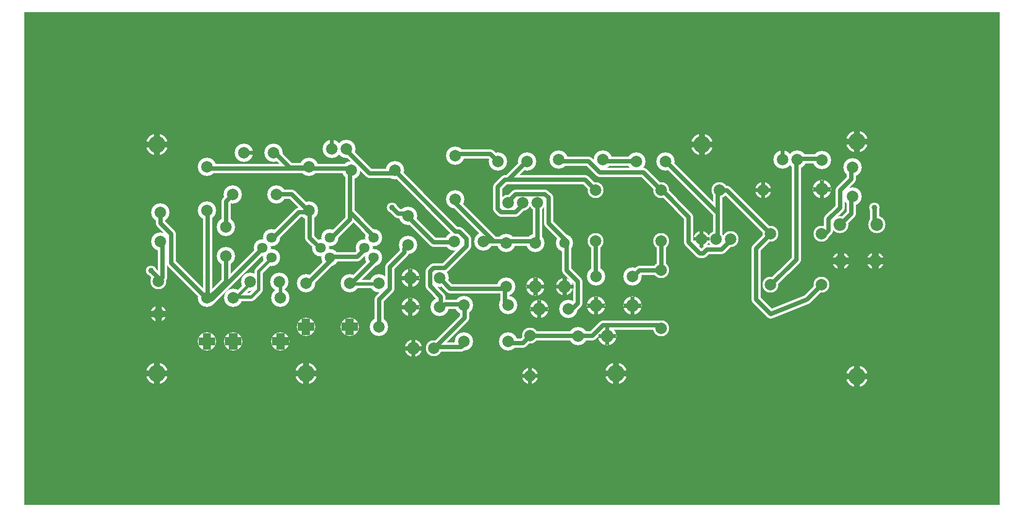
<source format=gbr>
%FSLAX34Y34*%
%MOMM*%
%LNCOPPER_BOTTOM*%
G71*
G01*
%ADD10C,2.800*%
%ADD11C,3.200*%
%ADD12C,3.000*%
%ADD13C,2.800*%
%ADD14C,2.600*%
%ADD15C,1.600*%
%ADD16C,2.800*%
%ADD17C,3.000*%
%ADD18C,1.400*%
%ADD19C,3.000*%
%ADD20C,3.800*%
%ADD21C,1.800*%
%ADD22C,0.667*%
%ADD23C,0.813*%
%ADD24C,0.733*%
%ADD25C,1.380*%
%ADD26C,1.467*%
%ADD27C,1.447*%
%ADD28C,1.203*%
%ADD29C,1.093*%
%ADD30C,1.000*%
%ADD31C,2.000*%
%ADD32C,2.000*%
%ADD33C,1.800*%
%ADD34C,0.800*%
%ADD35C,2.000*%
%ADD36C,2.200*%
%ADD37C,1.800*%
%ADD38C,0.600*%
%ADD39C,2.200*%
%ADD40C,3.000*%
%ADD41C,1.000*%
%LPD*%
G36*
X-200000Y660000D02*
X1500000Y660000D01*
X1500000Y-200000D01*
X-200000Y-200000D01*
X-200000Y660000D01*
G37*
%LPC*%
X643280Y326750D02*
G54D10*
D03*
X668680Y326750D02*
G54D10*
D03*
X694080Y326750D02*
G54D10*
D03*
X1030985Y264021D02*
G54D10*
D03*
X1005585Y264021D02*
G54D10*
D03*
X980185Y264021D02*
G54D10*
D03*
X599879Y259323D02*
G54D11*
D03*
X548899Y259211D02*
G54D11*
D03*
X640105Y256775D02*
G54D11*
D03*
X640055Y180525D02*
G54D11*
D03*
X551205Y409175D02*
G54D11*
D03*
X551155Y332925D02*
G54D11*
D03*
X690905Y256775D02*
G54D11*
D03*
X690855Y180525D02*
G54D11*
D03*
X676079Y399023D02*
G54D11*
D03*
X625099Y398911D02*
G54D11*
D03*
X741705Y256775D02*
G54D12*
D03*
X741655Y180525D02*
G54D12*
D03*
X697214Y141461D02*
G54D11*
D03*
X748195Y141573D02*
G54D11*
D03*
X642703Y148698D02*
G54D11*
D03*
X566453Y148748D02*
G54D11*
D03*
X523679Y195823D02*
G54D11*
D03*
X472699Y195711D02*
G54D11*
D03*
X523679Y145023D02*
G54D11*
D03*
X472699Y144911D02*
G54D11*
D03*
X478092Y72750D02*
G54D13*
D03*
X513192Y72750D02*
G54D13*
D03*
X642703Y85198D02*
G54D11*
D03*
X566453Y85248D02*
G54D11*
D03*
X681380Y25000D02*
G54D14*
D03*
X681380Y94850D02*
G54D13*
D03*
X815779Y94223D02*
G54D11*
D03*
X764798Y94111D02*
G54D11*
D03*
X807803Y402698D02*
G54D11*
D03*
X731553Y402748D02*
G54D11*
D03*
X1011580Y348850D02*
G54D13*
D03*
X1087780Y348850D02*
G54D13*
D03*
X1243659Y337898D02*
G54D11*
D03*
X1243546Y388879D02*
G54D11*
D03*
X795680Y348850D02*
G54D13*
D03*
X795680Y259950D02*
G54D13*
D03*
X909980Y348850D02*
G54D13*
D03*
X909980Y259950D02*
G54D13*
D03*
X796378Y147460D02*
G54D11*
D03*
X796265Y198440D02*
G54D11*
D03*
X1121255Y402225D02*
G54D11*
D03*
X1146755Y402225D02*
G54D11*
D03*
X1190078Y350660D02*
G54D11*
D03*
X1189965Y401640D02*
G54D11*
D03*
X1100480Y272650D02*
G54D13*
D03*
X1189380Y272650D02*
G54D13*
D03*
X1100480Y183750D02*
G54D13*
D03*
X1189380Y183750D02*
G54D13*
D03*
X917380Y399023D02*
G54D11*
D03*
X866400Y398910D02*
G54D11*
D03*
X909980Y209150D02*
G54D13*
D03*
X909980Y107550D02*
G54D13*
D03*
X859878Y147460D02*
G54D11*
D03*
X859765Y198440D02*
G54D11*
D03*
G54D15*
X566453Y85248D02*
X567080Y82150D01*
X560730Y75800D01*
X516280Y75800D01*
X513192Y72750D01*
G54D15*
X513192Y72750D02*
X516280Y75800D01*
X567080Y126600D01*
X567080Y145650D01*
X566453Y148748D01*
G54D15*
X523679Y195823D02*
X522630Y196450D01*
X541680Y177400D01*
X636930Y177400D01*
X640055Y180525D01*
G54D15*
X642703Y148698D02*
X643280Y145650D01*
X636930Y152000D01*
X636930Y177400D01*
X640055Y180525D01*
G54D15*
X681380Y94850D02*
X668680Y82150D01*
X643280Y82150D01*
X642703Y85198D01*
G54D15*
X764799Y94111D02*
X763930Y94850D01*
X681380Y94850D01*
G54D15*
X909980Y107550D02*
X903630Y113900D01*
X808380Y113900D01*
X789330Y94850D01*
X681380Y94850D01*
G54D15*
X640105Y256775D02*
X643280Y259950D01*
X598830Y259950D01*
X599879Y259323D01*
G54D15*
X690905Y256775D02*
X694080Y259950D01*
X643280Y259950D01*
X640105Y256775D01*
G54D15*
X690905Y256775D02*
X694080Y259950D01*
X694080Y329800D01*
X694080Y326750D01*
G54D15*
X741705Y256775D02*
X744880Y259950D01*
X713130Y291700D01*
X713130Y336150D01*
X706780Y342500D01*
X655980Y342500D01*
X643280Y329800D01*
X643280Y326750D01*
G54D15*
X551155Y332925D02*
X548030Y329800D01*
X617880Y259950D01*
X643280Y259950D01*
X640105Y256775D01*
G54D15*
X625099Y398911D02*
X624230Y399650D01*
X611530Y412350D01*
X554380Y412350D01*
X551205Y409175D01*
G54D15*
X676079Y399023D02*
X675030Y399650D01*
X643280Y367900D01*
X636930Y367900D01*
X624230Y355200D01*
X624230Y317100D01*
X630580Y310750D01*
X655980Y310750D01*
X668680Y323450D01*
X668680Y329800D01*
X668680Y326750D01*
G54D15*
X795680Y348850D02*
X776630Y367900D01*
X636930Y367900D01*
X624230Y355200D01*
X624230Y317100D01*
X630580Y310750D01*
X655980Y310750D01*
X668680Y323450D01*
X668680Y329800D01*
X668680Y326750D01*
G54D15*
X909980Y348850D02*
X878230Y380600D01*
X802030Y380600D01*
X782980Y399650D01*
X732180Y399650D01*
X731553Y402748D01*
G54D15*
X866400Y398910D02*
X865530Y399650D01*
X808380Y399650D01*
X807803Y402698D01*
G54D15*
X859765Y198440D02*
X859180Y196450D01*
X871880Y209150D01*
X909980Y209150D01*
G54D15*
X909980Y209150D02*
X909980Y259950D01*
G54D15*
X796265Y198440D02*
X795680Y196450D01*
X795680Y259950D01*
G54D15*
X748195Y141573D02*
X751230Y139300D01*
X763930Y152000D01*
X763930Y190100D01*
X744880Y209150D01*
X744880Y259950D01*
X741705Y256775D01*
G54D15*
X1189380Y183750D02*
X1163980Y158350D01*
X1100480Y132950D01*
X1075080Y158350D01*
X1075080Y247250D01*
X1100480Y272650D01*
X472699Y144911D02*
G54D16*
D03*
X472699Y195711D02*
G54D16*
D03*
X815779Y94223D02*
G54D16*
D03*
X1087780Y348850D02*
G54D16*
D03*
X741655Y180525D02*
G54D16*
D03*
X690855Y180525D02*
G54D17*
D03*
X697214Y141461D02*
G54D17*
D03*
X796378Y147460D02*
G54D17*
D03*
X859878Y147460D02*
G54D17*
D03*
X681380Y25000D02*
G54D13*
D03*
X472699Y195711D02*
G54D17*
D03*
X472699Y144911D02*
G54D17*
D03*
X478092Y72750D02*
G54D17*
D03*
X815779Y94223D02*
G54D17*
D03*
X741655Y180525D02*
G54D17*
D03*
X1190078Y350660D02*
G54D17*
D03*
G54D15*
X523679Y145023D02*
X525780Y144150D01*
X532130Y150500D01*
X563880Y150500D01*
X566453Y148748D01*
G54D15*
X1189965Y401640D02*
X1192530Y404500D01*
X1148080Y404500D01*
X1146755Y402225D01*
G54D15*
X917380Y399023D02*
X919480Y398150D01*
X1008380Y309250D01*
X1008380Y264800D01*
X1005585Y264021D01*
X980185Y264021D02*
G54D16*
D03*
G54D15*
X909980Y348850D02*
X913130Y347350D01*
X957580Y302900D01*
X957580Y258450D01*
X976630Y239400D01*
X982980Y239400D01*
X989330Y245750D01*
X1014730Y245750D01*
X1033780Y264800D01*
X1030985Y264021D01*
G54D15*
X1011580Y348850D02*
X1014730Y347350D01*
X1008380Y341000D01*
X1008380Y264800D01*
X1005585Y264021D01*
X690905Y256775D02*
G54D12*
D03*
X690855Y180525D02*
G54D12*
D03*
X118159Y313875D02*
G54D11*
D03*
X118209Y390125D02*
G54D11*
D03*
X37166Y310475D02*
G54D11*
D03*
X37278Y259494D02*
G54D11*
D03*
X151465Y285075D02*
G54D11*
D03*
X151578Y234094D02*
G54D11*
D03*
X118175Y85275D02*
G54D11*
D03*
X118225Y161525D02*
G54D11*
D03*
X238896Y341889D02*
G54D11*
D03*
X162646Y341939D02*
G54D11*
D03*
X163855Y161525D02*
G54D11*
D03*
X163805Y85275D02*
G54D11*
D03*
X295958Y313874D02*
G54D11*
D03*
X296008Y390124D02*
G54D11*
D03*
X193290Y189359D02*
G54D11*
D03*
X290855Y186925D02*
G54D11*
D03*
X290805Y110675D02*
G54D11*
D03*
X367055Y186925D02*
G54D11*
D03*
X367005Y110675D02*
G54D11*
D03*
X417855Y186925D02*
G54D11*
D03*
X417805Y110675D02*
G54D11*
D03*
X468630Y253700D02*
G54D11*
D03*
X468518Y304680D02*
G54D11*
D03*
X445872Y383693D02*
G54D11*
D03*
X369622Y383743D02*
G54D11*
D03*
X335605Y421275D02*
G54D11*
D03*
X361105Y421275D02*
G54D11*
D03*
X230530Y266300D02*
G54D17*
D03*
X214630Y248725D02*
G54D17*
D03*
X230564Y231109D02*
G54D17*
D03*
X332130Y266300D02*
G54D17*
D03*
X316230Y248725D02*
G54D17*
D03*
X332165Y231109D02*
G54D17*
D03*
X408330Y266300D02*
G54D17*
D03*
X392430Y248725D02*
G54D17*
D03*
X408365Y231109D02*
G54D17*
D03*
G54D15*
X118225Y161525D02*
X119380Y158450D01*
X119380Y310850D01*
X118159Y313875D01*
G54D15*
X296008Y390124D02*
X297180Y387050D01*
X119380Y387050D01*
X118209Y390125D01*
G54D15*
X162646Y341939D02*
X163830Y342600D01*
X151130Y329900D01*
X151130Y285450D01*
X151465Y285075D01*
G54D15*
X118225Y161525D02*
X119380Y158450D01*
X151130Y190200D01*
X151130Y234650D01*
X151578Y234094D01*
G54D15*
X214630Y248725D02*
X214630Y247350D01*
X125730Y158450D01*
X119380Y158450D01*
X118225Y161525D01*
G54D15*
X332165Y231109D02*
X335280Y228300D01*
X290830Y183850D01*
X290855Y186925D01*
G54D15*
X316230Y248725D02*
X316230Y247350D01*
X297180Y266400D01*
X297180Y310850D01*
X295959Y313874D01*
G54D15*
X332130Y266300D02*
X335280Y266400D01*
X367030Y298150D01*
X367030Y380700D01*
X369622Y383743D01*
G54D15*
X295959Y313874D02*
X297180Y310850D01*
X265430Y342600D01*
X240030Y342600D01*
X238896Y341889D01*
G54D15*
X408330Y266300D02*
X411480Y266400D01*
X367030Y310850D01*
X367030Y380700D01*
X369622Y383743D01*
G54D15*
X466346Y252857D02*
X468630Y253700D01*
X462280Y247350D01*
X462280Y241000D01*
X436880Y215600D01*
X436880Y177500D01*
X417830Y158450D01*
X417830Y107650D01*
X417805Y110675D01*
G54D15*
X408365Y231109D02*
X411480Y228300D01*
X367030Y183850D01*
X367055Y186925D01*
G54D15*
X230530Y266300D02*
X233680Y266400D01*
X278130Y310850D01*
X297180Y310850D01*
X295959Y313874D01*
G54D15*
X369622Y383743D02*
X367030Y380700D01*
X360680Y387050D01*
X297180Y387050D01*
X296008Y390124D01*
G54D15*
X118225Y161525D02*
X119380Y158450D01*
X55880Y221950D01*
X55880Y272750D01*
X36830Y291800D01*
X36830Y310850D01*
X37166Y310475D01*
X182856Y414509D02*
G54D11*
D03*
X233836Y414622D02*
G54D11*
D03*
G54D15*
X392430Y248725D02*
X392430Y245750D01*
X379730Y233050D01*
X335280Y233050D01*
X332165Y231109D01*
X118175Y85275D02*
G54D16*
D03*
X163805Y85275D02*
G54D16*
D03*
X290805Y110675D02*
G54D16*
D03*
X367005Y110675D02*
G54D16*
D03*
X118175Y85275D02*
G54D16*
D03*
X163805Y85275D02*
G54D16*
D03*
X290805Y110675D02*
G54D16*
D03*
X367005Y110675D02*
G54D16*
D03*
X244090Y189359D02*
G54D11*
D03*
X246405Y161525D02*
G54D11*
D03*
X246355Y85275D02*
G54D11*
D03*
G54D18*
X230565Y231109D02*
X233680Y233050D01*
X208280Y207650D01*
X208280Y175900D01*
X195580Y163200D01*
X163830Y163200D01*
X163855Y161525D01*
G54D18*
X193290Y189359D02*
X195580Y188600D01*
X170180Y163200D01*
X163830Y163200D01*
X163855Y161525D01*
G54D18*
X246405Y161525D02*
X246380Y163200D01*
X246380Y188600D01*
X244090Y189359D01*
X246355Y85275D02*
G54D16*
D03*
G54D15*
X233836Y414622D02*
X236880Y414000D01*
X262280Y388600D01*
X294030Y388600D01*
X296008Y390124D01*
G54D18*
X417855Y186925D02*
X419230Y185500D01*
X369230Y185500D01*
X367055Y186925D01*
G54D15*
X468518Y304680D02*
X468630Y302900D01*
X513080Y258450D01*
X551180Y258450D01*
X548899Y259211D01*
G54D15*
X445872Y383693D02*
X443230Y385450D01*
X551180Y277500D01*
X557530Y277500D01*
X570230Y264800D01*
X570230Y252100D01*
X532130Y214000D01*
X513080Y214000D01*
X506730Y207650D01*
X506730Y182250D01*
X525780Y163200D01*
X525780Y144150D01*
X523679Y145023D01*
G54D15*
X1100480Y272650D02*
X1024280Y348850D01*
X1011580Y348850D01*
G54D15*
X1100480Y183750D02*
X1144930Y228200D01*
X1144930Y399650D01*
X1146755Y402225D01*
X1223280Y225350D02*
G54D19*
D03*
X33680Y190100D02*
G54D10*
D03*
X33680Y132950D02*
G54D10*
D03*
G54D15*
X33680Y190100D02*
X40030Y196450D01*
X40030Y259950D01*
X37278Y259494D01*
X31080Y428850D02*
G54D20*
D03*
X31080Y28850D02*
G54D20*
D03*
X1251080Y23850D02*
G54D20*
D03*
X1251080Y433850D02*
G54D20*
D03*
X1221080Y288850D02*
G54D19*
D03*
X1286080Y288850D02*
G54D19*
D03*
G54D15*
X1189380Y272650D02*
X1191080Y268850D01*
X1201080Y278850D01*
X1201080Y298850D01*
X1221080Y318850D01*
X1221080Y348850D01*
X1241080Y368850D01*
X1241080Y388850D01*
X1243546Y388879D01*
X1283280Y225350D02*
G54D19*
D03*
G54D15*
X1221080Y288850D02*
X1241080Y308850D01*
X1241080Y338850D01*
X1243659Y337899D01*
G54D15*
X361105Y421275D02*
X361080Y418850D01*
X401080Y378850D01*
X441080Y378850D01*
X445872Y383693D01*
X291080Y28850D02*
G54D20*
D03*
X831080Y28850D02*
G54D20*
D03*
X441080Y318850D02*
G54D21*
D03*
X1281080Y318850D02*
G54D21*
D03*
X21080Y208850D02*
G54D21*
D03*
G54D15*
X21080Y208850D02*
X31080Y198850D01*
X31080Y188850D01*
X33680Y190100D01*
G54D15*
X441080Y318850D02*
X451080Y308850D01*
X471080Y308850D01*
X468518Y304680D01*
G54D15*
X1281080Y318850D02*
X1281080Y288850D01*
X1286080Y288850D01*
X981080Y428850D02*
G54D20*
D03*
%LPD*%
G54D22*
G36*
X1117922Y402225D02*
X1117922Y418725D01*
X1124588Y418725D01*
X1124588Y402225D01*
X1117922Y402225D01*
G37*
G54D23*
G54D22*
G36*
X469366Y144911D02*
X469366Y159411D01*
X476032Y159411D01*
X476032Y144911D01*
X469366Y144911D01*
G37*
G36*
X472699Y148244D02*
X487199Y148244D01*
X487199Y141578D01*
X472699Y141578D01*
X472699Y148244D01*
G37*
G36*
X476032Y144911D02*
X476032Y130411D01*
X469366Y130411D01*
X469366Y144911D01*
X476032Y144911D01*
G37*
G36*
X472699Y141578D02*
X458199Y141578D01*
X458199Y148244D01*
X472699Y148244D01*
X472699Y141578D01*
G37*
G54D22*
G36*
X469366Y195711D02*
X469366Y210211D01*
X476032Y210211D01*
X476032Y195711D01*
X469366Y195711D01*
G37*
G36*
X472699Y199044D02*
X487199Y199044D01*
X487199Y192378D01*
X472699Y192378D01*
X472699Y199044D01*
G37*
G36*
X476032Y195711D02*
X476032Y181211D01*
X469366Y181211D01*
X469366Y195711D01*
X476032Y195711D01*
G37*
G36*
X472699Y192378D02*
X458199Y192378D01*
X458199Y199044D01*
X472699Y199044D01*
X472699Y192378D01*
G37*
G54D22*
G36*
X812446Y94223D02*
X812446Y108723D01*
X819112Y108723D01*
X819112Y94223D01*
X812446Y94223D01*
G37*
G36*
X815779Y97556D02*
X830279Y97556D01*
X830279Y90890D01*
X815779Y90890D01*
X815779Y97556D01*
G37*
G36*
X819112Y94223D02*
X819112Y79723D01*
X812446Y79723D01*
X812446Y94223D01*
X819112Y94223D01*
G37*
G36*
X815779Y90890D02*
X801279Y90890D01*
X801279Y97556D01*
X815779Y97556D01*
X815779Y90890D01*
G37*
G54D22*
G36*
X1084447Y348850D02*
X1084447Y363350D01*
X1091114Y363350D01*
X1091114Y348850D01*
X1084447Y348850D01*
G37*
G36*
X1087780Y352183D02*
X1102280Y352183D01*
X1102280Y345517D01*
X1087780Y345517D01*
X1087780Y352183D01*
G37*
G36*
X1091114Y348850D02*
X1091114Y334350D01*
X1084447Y334350D01*
X1084447Y348850D01*
X1091114Y348850D01*
G37*
G36*
X1087780Y345517D02*
X1073280Y345517D01*
X1073280Y352183D01*
X1087780Y352183D01*
X1087780Y345517D01*
G37*
G54D22*
G36*
X738322Y180525D02*
X738322Y195025D01*
X744988Y195025D01*
X744988Y180525D01*
X738322Y180525D01*
G37*
G36*
X741655Y183858D02*
X756155Y183858D01*
X756155Y177192D01*
X741655Y177192D01*
X741655Y183858D01*
G37*
G36*
X744988Y180525D02*
X744988Y166025D01*
X738322Y166025D01*
X738322Y180525D01*
X744988Y180525D01*
G37*
G36*
X741655Y177192D02*
X727155Y177192D01*
X727155Y183858D01*
X741655Y183858D01*
X741655Y177192D01*
G37*
G54D24*
G36*
X687188Y180525D02*
X687188Y196025D01*
X694522Y196025D01*
X694522Y180525D01*
X687188Y180525D01*
G37*
G36*
X690855Y184192D02*
X706355Y184192D01*
X706355Y176858D01*
X690855Y176858D01*
X690855Y184192D01*
G37*
G36*
X694522Y180525D02*
X694522Y165025D01*
X687188Y165025D01*
X687188Y180525D01*
X694522Y180525D01*
G37*
G36*
X690855Y176858D02*
X675355Y176858D01*
X675355Y184192D01*
X690855Y184192D01*
X690855Y176858D01*
G37*
G54D24*
G36*
X693547Y141461D02*
X693547Y156961D01*
X700881Y156961D01*
X700881Y141461D01*
X693547Y141461D01*
G37*
G36*
X697214Y145127D02*
X712714Y145127D01*
X712714Y137794D01*
X697214Y137794D01*
X697214Y145127D01*
G37*
G36*
X700881Y141461D02*
X700881Y125961D01*
X693547Y125961D01*
X693547Y141461D01*
X700881Y141461D01*
G37*
G36*
X697214Y137794D02*
X681714Y137794D01*
X681714Y145127D01*
X697214Y145127D01*
X697214Y137794D01*
G37*
G54D24*
G36*
X792711Y147460D02*
X792711Y162960D01*
X800044Y162960D01*
X800044Y147460D01*
X792711Y147460D01*
G37*
G36*
X796378Y151126D02*
X811878Y151126D01*
X811878Y143793D01*
X796378Y143793D01*
X796378Y151126D01*
G37*
G36*
X800044Y147460D02*
X800044Y131960D01*
X792711Y131960D01*
X792711Y147460D01*
X800044Y147460D01*
G37*
G36*
X796378Y143793D02*
X780878Y143793D01*
X780878Y151126D01*
X796378Y151126D01*
X796378Y143793D01*
G37*
G54D24*
G36*
X856211Y147460D02*
X856211Y162960D01*
X863544Y162960D01*
X863544Y147460D01*
X856211Y147460D01*
G37*
G36*
X859878Y151126D02*
X875378Y151126D01*
X875378Y143793D01*
X859878Y143793D01*
X859878Y151126D01*
G37*
G36*
X863544Y147460D02*
X863544Y131960D01*
X856211Y131960D01*
X856211Y147460D01*
X863544Y147460D01*
G37*
G36*
X859878Y143793D02*
X844378Y143793D01*
X844378Y151126D01*
X859878Y151126D01*
X859878Y143793D01*
G37*
G54D22*
G36*
X678047Y25000D02*
X678047Y39500D01*
X684713Y39500D01*
X684713Y25000D01*
X678047Y25000D01*
G37*
G36*
X681380Y28333D02*
X695880Y28333D01*
X695880Y21667D01*
X681380Y21667D01*
X681380Y28333D01*
G37*
G36*
X684713Y25000D02*
X684713Y10500D01*
X678047Y10500D01*
X678047Y25000D01*
X684713Y25000D01*
G37*
G36*
X681380Y21667D02*
X666880Y21667D01*
X666880Y28333D01*
X681380Y28333D01*
X681380Y21667D01*
G37*
G54D24*
G36*
X469032Y195711D02*
X469032Y211211D01*
X476365Y211211D01*
X476365Y195711D01*
X469032Y195711D01*
G37*
G36*
X472699Y199378D02*
X488199Y199378D01*
X488199Y192044D01*
X472699Y192044D01*
X472699Y199378D01*
G37*
G36*
X476365Y195711D02*
X476365Y180211D01*
X469032Y180211D01*
X469032Y195711D01*
X476365Y195711D01*
G37*
G36*
X472699Y192044D02*
X457199Y192044D01*
X457199Y199378D01*
X472699Y199378D01*
X472699Y192044D01*
G37*
G54D24*
G36*
X469032Y144911D02*
X469032Y160411D01*
X476365Y160411D01*
X476365Y144911D01*
X469032Y144911D01*
G37*
G36*
X472699Y148578D02*
X488199Y148578D01*
X488199Y141244D01*
X472699Y141244D01*
X472699Y148578D01*
G37*
G36*
X476365Y144911D02*
X476365Y129411D01*
X469032Y129411D01*
X469032Y144911D01*
X476365Y144911D01*
G37*
G36*
X472699Y141244D02*
X457199Y141244D01*
X457199Y148578D01*
X472699Y148578D01*
X472699Y141244D01*
G37*
G54D24*
G36*
X474425Y72750D02*
X474425Y88250D01*
X481759Y88250D01*
X481759Y72750D01*
X474425Y72750D01*
G37*
G36*
X478092Y76417D02*
X493592Y76417D01*
X493592Y69083D01*
X478092Y69083D01*
X478092Y76417D01*
G37*
G36*
X481759Y72750D02*
X481759Y57250D01*
X474425Y57250D01*
X474425Y72750D01*
X481759Y72750D01*
G37*
G36*
X478092Y69083D02*
X462592Y69083D01*
X462592Y76417D01*
X478092Y76417D01*
X478092Y69083D01*
G37*
G54D24*
G36*
X812112Y94223D02*
X812112Y109723D01*
X819446Y109723D01*
X819446Y94223D01*
X812112Y94223D01*
G37*
G36*
X815779Y97890D02*
X831279Y97890D01*
X831279Y90556D01*
X815779Y90556D01*
X815779Y97890D01*
G37*
G36*
X819446Y94223D02*
X819446Y78723D01*
X812112Y78723D01*
X812112Y94223D01*
X819446Y94223D01*
G37*
G36*
X815779Y90556D02*
X800279Y90556D01*
X800279Y97890D01*
X815779Y97890D01*
X815779Y90556D01*
G37*
G54D24*
G36*
X737988Y180525D02*
X737988Y196025D01*
X745322Y196025D01*
X745322Y180525D01*
X737988Y180525D01*
G37*
G36*
X741655Y184192D02*
X757155Y184192D01*
X757155Y176858D01*
X741655Y176858D01*
X741655Y184192D01*
G37*
G36*
X745322Y180525D02*
X745322Y165025D01*
X737988Y165025D01*
X737988Y180525D01*
X745322Y180525D01*
G37*
G36*
X741655Y176858D02*
X726155Y176858D01*
X726155Y184192D01*
X741655Y184192D01*
X741655Y176858D01*
G37*
G54D24*
G36*
X1186411Y350660D02*
X1186411Y366160D01*
X1193744Y366160D01*
X1193744Y350660D01*
X1186411Y350660D01*
G37*
G36*
X1190078Y354326D02*
X1205578Y354326D01*
X1205578Y346993D01*
X1190078Y346993D01*
X1190078Y354326D01*
G37*
G36*
X1193744Y350660D02*
X1193744Y335160D01*
X1186411Y335160D01*
X1186411Y350660D01*
X1193744Y350660D01*
G37*
G36*
X1190078Y346993D02*
X1174578Y346993D01*
X1174578Y354326D01*
X1190078Y354326D01*
X1190078Y346993D01*
G37*
G54D22*
G36*
X976852Y264021D02*
X976852Y278521D01*
X983519Y278521D01*
X983519Y264021D01*
X976852Y264021D01*
G37*
G36*
X980185Y267354D02*
X994685Y267354D01*
X994685Y260688D01*
X980185Y260688D01*
X980185Y267354D01*
G37*
G36*
X983519Y264021D02*
X983519Y249521D01*
X976852Y249521D01*
X976852Y264021D01*
X983519Y264021D01*
G37*
G36*
X980185Y260688D02*
X965685Y260688D01*
X965685Y267354D01*
X980185Y267354D01*
X980185Y260688D01*
G37*
G54D22*
G36*
X332272Y421275D02*
X332272Y437775D01*
X338938Y437775D01*
X338938Y421275D01*
X332272Y421275D01*
G37*
G54D23*
G54D22*
G36*
X182856Y417843D02*
X199356Y417843D01*
X199356Y411176D01*
X182856Y411176D01*
X182856Y417843D01*
G37*
G54D25*
G36*
X111275Y85275D02*
X111275Y99775D01*
X125075Y99775D01*
X125075Y85275D01*
X111275Y85275D01*
G37*
G36*
X118175Y92175D02*
X132675Y92175D01*
X132675Y78375D01*
X118175Y78375D01*
X118175Y92175D01*
G37*
G36*
X125075Y85275D02*
X125075Y70775D01*
X111275Y70775D01*
X111275Y85275D01*
X125075Y85275D01*
G37*
G36*
X118175Y78375D02*
X103675Y78375D01*
X103675Y92175D01*
X118175Y92175D01*
X118175Y78375D01*
G37*
G54D26*
G36*
X156472Y85275D02*
X156472Y99775D01*
X171138Y99775D01*
X171138Y85275D01*
X156472Y85275D01*
G37*
G36*
X163805Y92608D02*
X178305Y92608D01*
X178305Y77942D01*
X163805Y77942D01*
X163805Y92608D01*
G37*
G36*
X171138Y85275D02*
X171138Y70775D01*
X156472Y70775D01*
X156472Y85275D01*
X171138Y85275D01*
G37*
G36*
X163805Y77942D02*
X149305Y77942D01*
X149305Y92608D01*
X163805Y92608D01*
X163805Y77942D01*
G37*
G54D27*
G36*
X283572Y110675D02*
X283572Y125175D01*
X298038Y125175D01*
X298038Y110675D01*
X283572Y110675D01*
G37*
G36*
X290805Y117908D02*
X305305Y117908D01*
X305305Y103442D01*
X290805Y103442D01*
X290805Y117908D01*
G37*
G36*
X298038Y110675D02*
X298038Y96175D01*
X283572Y96175D01*
X283572Y110675D01*
X298038Y110675D01*
G37*
G36*
X290805Y103442D02*
X276305Y103442D01*
X276305Y117908D01*
X290805Y117908D01*
X290805Y103442D01*
G37*
G54D27*
G36*
X359772Y110675D02*
X359772Y125175D01*
X374238Y125175D01*
X374238Y110675D01*
X359772Y110675D01*
G37*
G36*
X367005Y117908D02*
X381505Y117908D01*
X381505Y103442D01*
X367005Y103442D01*
X367005Y117908D01*
G37*
G36*
X374238Y110675D02*
X374238Y96175D01*
X359772Y96175D01*
X359772Y110675D01*
X374238Y110675D01*
G37*
G36*
X367005Y103442D02*
X352505Y103442D01*
X352505Y117908D01*
X367005Y117908D01*
X367005Y103442D01*
G37*
G54D26*
G36*
X239022Y85275D02*
X239022Y99775D01*
X253688Y99775D01*
X253688Y85275D01*
X239022Y85275D01*
G37*
G36*
X246355Y92608D02*
X260855Y92608D01*
X260855Y77942D01*
X246355Y77942D01*
X246355Y92608D01*
G37*
G36*
X253688Y85275D02*
X253688Y70775D01*
X239022Y70775D01*
X239022Y85275D01*
X253688Y85275D01*
G37*
G36*
X246355Y77942D02*
X231855Y77942D01*
X231855Y92608D01*
X246355Y92608D01*
X246355Y77942D01*
G37*
G54D28*
G36*
X1217267Y225350D02*
X1217267Y240850D01*
X1229293Y240850D01*
X1229293Y225350D01*
X1217267Y225350D01*
G37*
G36*
X1223280Y231363D02*
X1238780Y231363D01*
X1238780Y219337D01*
X1223280Y219337D01*
X1223280Y231363D01*
G37*
G36*
X1229293Y225350D02*
X1229293Y209850D01*
X1217267Y209850D01*
X1217267Y225350D01*
X1229293Y225350D01*
G37*
G36*
X1223280Y219337D02*
X1207780Y219337D01*
X1207780Y231363D01*
X1223280Y231363D01*
X1223280Y219337D01*
G37*
G54D29*
G36*
X28213Y132950D02*
X28213Y147450D01*
X39147Y147450D01*
X39147Y132950D01*
X28213Y132950D01*
G37*
G36*
X33680Y138417D02*
X48180Y138417D01*
X48180Y127483D01*
X33680Y127483D01*
X33680Y138417D01*
G37*
G36*
X39147Y132950D02*
X39147Y118450D01*
X28213Y118450D01*
X28213Y132950D01*
X39147Y132950D01*
G37*
G36*
X33680Y127483D02*
X19180Y127483D01*
X19180Y138417D01*
X33680Y138417D01*
X33680Y127483D01*
G37*
G54D30*
G36*
X26080Y428850D02*
X26080Y448350D01*
X36080Y448350D01*
X36080Y428850D01*
X26080Y428850D01*
G37*
G36*
X31080Y433850D02*
X50580Y433850D01*
X50580Y423850D01*
X31080Y423850D01*
X31080Y433850D01*
G37*
G36*
X36080Y428850D02*
X36080Y409350D01*
X26080Y409350D01*
X26080Y428850D01*
X36080Y428850D01*
G37*
G36*
X31080Y423850D02*
X11580Y423850D01*
X11580Y433850D01*
X31080Y433850D01*
X31080Y423850D01*
G37*
G54D30*
G36*
X26080Y28850D02*
X26080Y48350D01*
X36080Y48350D01*
X36080Y28850D01*
X26080Y28850D01*
G37*
G36*
X31080Y33850D02*
X50580Y33850D01*
X50580Y23850D01*
X31080Y23850D01*
X31080Y33850D01*
G37*
G36*
X36080Y28850D02*
X36080Y9350D01*
X26080Y9350D01*
X26080Y28850D01*
X36080Y28850D01*
G37*
G36*
X31080Y23850D02*
X11580Y23850D01*
X11580Y33850D01*
X31080Y33850D01*
X31080Y23850D01*
G37*
G54D30*
G36*
X1246080Y23850D02*
X1246080Y43350D01*
X1256080Y43350D01*
X1256080Y23850D01*
X1246080Y23850D01*
G37*
G36*
X1251080Y28850D02*
X1270580Y28850D01*
X1270580Y18850D01*
X1251080Y18850D01*
X1251080Y28850D01*
G37*
G36*
X1256080Y23850D02*
X1256080Y4350D01*
X1246080Y4350D01*
X1246080Y23850D01*
X1256080Y23850D01*
G37*
G36*
X1251080Y18850D02*
X1231580Y18850D01*
X1231580Y28850D01*
X1251080Y28850D01*
X1251080Y18850D01*
G37*
G54D30*
G36*
X1246080Y433850D02*
X1246080Y453350D01*
X1256080Y453350D01*
X1256080Y433850D01*
X1246080Y433850D01*
G37*
G36*
X1251080Y438850D02*
X1270580Y438850D01*
X1270580Y428850D01*
X1251080Y428850D01*
X1251080Y438850D01*
G37*
G36*
X1256080Y433850D02*
X1256080Y414350D01*
X1246080Y414350D01*
X1246080Y433850D01*
X1256080Y433850D01*
G37*
G36*
X1251080Y428850D02*
X1231580Y428850D01*
X1231580Y438850D01*
X1251080Y438850D01*
X1251080Y428850D01*
G37*
G54D28*
G36*
X1277267Y225350D02*
X1277267Y240850D01*
X1289293Y240850D01*
X1289293Y225350D01*
X1277267Y225350D01*
G37*
G36*
X1283280Y231363D02*
X1298780Y231363D01*
X1298780Y219337D01*
X1283280Y219337D01*
X1283280Y231363D01*
G37*
G36*
X1289293Y225350D02*
X1289293Y209850D01*
X1277267Y209850D01*
X1277267Y225350D01*
X1289293Y225350D01*
G37*
G36*
X1283280Y219337D02*
X1267780Y219337D01*
X1267780Y231363D01*
X1283280Y231363D01*
X1283280Y219337D01*
G37*
G54D30*
G36*
X286080Y28850D02*
X286080Y48350D01*
X296080Y48350D01*
X296080Y28850D01*
X286080Y28850D01*
G37*
G36*
X291080Y33850D02*
X310580Y33850D01*
X310580Y23850D01*
X291080Y23850D01*
X291080Y33850D01*
G37*
G36*
X296080Y28850D02*
X296080Y9350D01*
X286080Y9350D01*
X286080Y28850D01*
X296080Y28850D01*
G37*
G36*
X291080Y23850D02*
X271580Y23850D01*
X271580Y33850D01*
X291080Y33850D01*
X291080Y23850D01*
G37*
G54D30*
G36*
X826080Y28850D02*
X826080Y48350D01*
X836080Y48350D01*
X836080Y28850D01*
X826080Y28850D01*
G37*
G36*
X831080Y33850D02*
X850580Y33850D01*
X850580Y23850D01*
X831080Y23850D01*
X831080Y33850D01*
G37*
G36*
X836080Y28850D02*
X836080Y9350D01*
X826080Y9350D01*
X826080Y28850D01*
X836080Y28850D01*
G37*
G36*
X831080Y23850D02*
X811580Y23850D01*
X811580Y33850D01*
X831080Y33850D01*
X831080Y23850D01*
G37*
G54D30*
G36*
X976080Y428850D02*
X976080Y448350D01*
X986080Y448350D01*
X986080Y428850D01*
X976080Y428850D01*
G37*
G36*
X981080Y433850D02*
X1000580Y433850D01*
X1000580Y423850D01*
X981080Y423850D01*
X981080Y433850D01*
G37*
G36*
X986080Y428850D02*
X986080Y409350D01*
X976080Y409350D01*
X976080Y428850D01*
X986080Y428850D01*
G37*
G36*
X981080Y423850D02*
X961580Y423850D01*
X961580Y433850D01*
X981080Y433850D01*
X981080Y423850D01*
G37*
X643280Y326750D02*
G54D31*
D03*
X668680Y326750D02*
G54D31*
D03*
X694080Y326750D02*
G54D31*
D03*
X1030985Y264021D02*
G54D31*
D03*
X1005585Y264021D02*
G54D31*
D03*
X980185Y264021D02*
G54D31*
D03*
X599879Y259323D02*
G54D32*
D03*
X548899Y259211D02*
G54D32*
D03*
X640105Y256775D02*
G54D32*
D03*
X640055Y180525D02*
G54D32*
D03*
X551205Y409175D02*
G54D32*
D03*
X551155Y332925D02*
G54D32*
D03*
X690905Y256775D02*
G54D32*
D03*
X690855Y180525D02*
G54D32*
D03*
X676079Y399023D02*
G54D32*
D03*
X625099Y398911D02*
G54D32*
D03*
X741705Y256775D02*
G54D33*
D03*
X741655Y180525D02*
G54D33*
D03*
X697214Y141461D02*
G54D32*
D03*
X748195Y141573D02*
G54D32*
D03*
X642703Y148698D02*
G54D32*
D03*
X566453Y148748D02*
G54D32*
D03*
X523679Y195823D02*
G54D32*
D03*
X472699Y195711D02*
G54D32*
D03*
X523679Y145023D02*
G54D32*
D03*
X472699Y144911D02*
G54D32*
D03*
X478092Y72750D02*
G54D32*
D03*
X513192Y72750D02*
G54D32*
D03*
X642703Y85198D02*
G54D32*
D03*
X566453Y85248D02*
G54D32*
D03*
X681380Y25000D02*
G54D33*
D03*
X681380Y94850D02*
G54D32*
D03*
X815779Y94223D02*
G54D32*
D03*
X764798Y94111D02*
G54D32*
D03*
X807803Y402698D02*
G54D32*
D03*
X731553Y402748D02*
G54D32*
D03*
X1011580Y348850D02*
G54D32*
D03*
X1087780Y348850D02*
G54D32*
D03*
X1243659Y337898D02*
G54D32*
D03*
X1243546Y388879D02*
G54D32*
D03*
X795680Y348850D02*
G54D32*
D03*
X795680Y259950D02*
G54D32*
D03*
X909980Y348850D02*
G54D32*
D03*
X909980Y259950D02*
G54D32*
D03*
X796378Y147460D02*
G54D32*
D03*
X796265Y198440D02*
G54D32*
D03*
X1121255Y402225D02*
G54D32*
D03*
X1146755Y402225D02*
G54D32*
D03*
X1190078Y350660D02*
G54D32*
D03*
X1189965Y401640D02*
G54D32*
D03*
X1100480Y272650D02*
G54D32*
D03*
X1189380Y272650D02*
G54D32*
D03*
X1100480Y183750D02*
G54D32*
D03*
X1189380Y183750D02*
G54D32*
D03*
X917380Y399023D02*
G54D32*
D03*
X866400Y398910D02*
G54D32*
D03*
X909980Y209150D02*
G54D32*
D03*
X909980Y107550D02*
G54D32*
D03*
X859878Y147460D02*
G54D32*
D03*
X859765Y198440D02*
G54D32*
D03*
G54D34*
X566453Y85248D02*
X567080Y82150D01*
X560730Y75800D01*
X516280Y75800D01*
X513192Y72750D01*
G54D34*
X513192Y72750D02*
X516280Y75800D01*
X567080Y126600D01*
X567080Y145650D01*
X566453Y148748D01*
G54D34*
X523679Y195823D02*
X522630Y196450D01*
X541680Y177400D01*
X636930Y177400D01*
X640055Y180525D01*
G54D34*
X642703Y148698D02*
X643280Y145650D01*
X636930Y152000D01*
X636930Y177400D01*
X640055Y180525D01*
G54D34*
X681380Y94850D02*
X668680Y82150D01*
X643280Y82150D01*
X642703Y85198D01*
G54D34*
X764799Y94111D02*
X763930Y94850D01*
X681380Y94850D01*
G54D34*
X909980Y107550D02*
X903630Y113900D01*
X808380Y113900D01*
X789330Y94850D01*
X681380Y94850D01*
G54D34*
X640105Y256775D02*
X643280Y259950D01*
X598830Y259950D01*
X599879Y259323D01*
G54D34*
X690905Y256775D02*
X694080Y259950D01*
X643280Y259950D01*
X640105Y256775D01*
G54D34*
X690905Y256775D02*
X694080Y259950D01*
X694080Y329800D01*
X694080Y326750D01*
G54D34*
X741705Y256775D02*
X744880Y259950D01*
X713130Y291700D01*
X713130Y336150D01*
X706780Y342500D01*
X655980Y342500D01*
X643280Y329800D01*
X643280Y326750D01*
G54D34*
X551155Y332925D02*
X548030Y329800D01*
X617880Y259950D01*
X643280Y259950D01*
X640105Y256775D01*
G54D34*
X625099Y398911D02*
X624230Y399650D01*
X611530Y412350D01*
X554380Y412350D01*
X551205Y409175D01*
G54D34*
X676079Y399023D02*
X675030Y399650D01*
X643280Y367900D01*
X636930Y367900D01*
X624230Y355200D01*
X624230Y317100D01*
X630580Y310750D01*
X655980Y310750D01*
X668680Y323450D01*
X668680Y329800D01*
X668680Y326750D01*
G54D34*
X795680Y348850D02*
X776630Y367900D01*
X636930Y367900D01*
X624230Y355200D01*
X624230Y317100D01*
X630580Y310750D01*
X655980Y310750D01*
X668680Y323450D01*
X668680Y329800D01*
X668680Y326750D01*
G54D34*
X909980Y348850D02*
X878230Y380600D01*
X802030Y380600D01*
X782980Y399650D01*
X732180Y399650D01*
X731553Y402748D01*
G54D34*
X866400Y398910D02*
X865530Y399650D01*
X808380Y399650D01*
X807803Y402698D01*
G54D34*
X859765Y198440D02*
X859180Y196450D01*
X871880Y209150D01*
X909980Y209150D01*
G54D34*
X909980Y209150D02*
X909980Y259950D01*
G54D34*
X796265Y198440D02*
X795680Y196450D01*
X795680Y259950D01*
G54D34*
X748195Y141573D02*
X751230Y139300D01*
X763930Y152000D01*
X763930Y190100D01*
X744880Y209150D01*
X744880Y259950D01*
X741705Y256775D01*
G54D34*
X1189380Y183750D02*
X1163980Y158350D01*
X1100480Y132950D01*
X1075080Y158350D01*
X1075080Y247250D01*
X1100480Y272650D01*
X472699Y144911D02*
G54D35*
D03*
X472699Y195711D02*
G54D35*
D03*
X815779Y94223D02*
G54D35*
D03*
X1087780Y348850D02*
G54D35*
D03*
X741655Y180525D02*
G54D35*
D03*
X690855Y180525D02*
G54D36*
D03*
X697214Y141461D02*
G54D36*
D03*
X796378Y147460D02*
G54D36*
D03*
X859878Y147460D02*
G54D36*
D03*
X681380Y25000D02*
G54D32*
D03*
X472699Y195711D02*
G54D36*
D03*
X472699Y144911D02*
G54D36*
D03*
X478092Y72750D02*
G54D36*
D03*
X815779Y94223D02*
G54D36*
D03*
X741655Y180525D02*
G54D36*
D03*
X1190078Y350660D02*
G54D36*
D03*
G54D34*
X523679Y145023D02*
X525780Y144150D01*
X532130Y150500D01*
X563880Y150500D01*
X566453Y148748D01*
G54D34*
X1189965Y401640D02*
X1192530Y404500D01*
X1148080Y404500D01*
X1146755Y402225D01*
G54D34*
X917380Y399023D02*
X919480Y398150D01*
X1008380Y309250D01*
X1008380Y264800D01*
X1005585Y264021D01*
X980185Y264021D02*
G54D35*
D03*
G54D34*
X909980Y348850D02*
X913130Y347350D01*
X957580Y302900D01*
X957580Y258450D01*
X976630Y239400D01*
X982980Y239400D01*
X989330Y245750D01*
X1014730Y245750D01*
X1033780Y264800D01*
X1030985Y264021D01*
G54D34*
X1011580Y348850D02*
X1014730Y347350D01*
X1008380Y341000D01*
X1008380Y264800D01*
X1005585Y264021D01*
X690905Y256775D02*
G54D33*
D03*
X690855Y180525D02*
G54D33*
D03*
X118159Y313875D02*
G54D32*
D03*
X118209Y390125D02*
G54D32*
D03*
X37166Y310475D02*
G54D32*
D03*
X37278Y259494D02*
G54D32*
D03*
X151465Y285075D02*
G54D32*
D03*
X151578Y234094D02*
G54D32*
D03*
X118175Y85275D02*
G54D32*
D03*
X118225Y161525D02*
G54D32*
D03*
X238896Y341889D02*
G54D32*
D03*
X162646Y341939D02*
G54D32*
D03*
X163855Y161525D02*
G54D32*
D03*
X163805Y85275D02*
G54D32*
D03*
X295958Y313874D02*
G54D32*
D03*
X296008Y390124D02*
G54D32*
D03*
X193290Y189359D02*
G54D32*
D03*
X290855Y186925D02*
G54D32*
D03*
X290805Y110675D02*
G54D32*
D03*
X367055Y186925D02*
G54D32*
D03*
X367005Y110675D02*
G54D32*
D03*
X417855Y186925D02*
G54D32*
D03*
X417805Y110675D02*
G54D32*
D03*
X468630Y253700D02*
G54D32*
D03*
X468518Y304680D02*
G54D32*
D03*
X445872Y383693D02*
G54D32*
D03*
X369622Y383743D02*
G54D32*
D03*
X335605Y421275D02*
G54D32*
D03*
X361105Y421275D02*
G54D32*
D03*
X230530Y266300D02*
G54D37*
D03*
X214630Y248725D02*
G54D37*
D03*
X230564Y231109D02*
G54D37*
D03*
X332130Y266300D02*
G54D37*
D03*
X316230Y248725D02*
G54D37*
D03*
X332165Y231109D02*
G54D37*
D03*
X408330Y266300D02*
G54D37*
D03*
X392430Y248725D02*
G54D37*
D03*
X408365Y231109D02*
G54D37*
D03*
G54D34*
X118225Y161525D02*
X119380Y158450D01*
X119380Y310850D01*
X118159Y313875D01*
G54D34*
X296008Y390124D02*
X297180Y387050D01*
X119380Y387050D01*
X118209Y390125D01*
G54D34*
X162646Y341939D02*
X163830Y342600D01*
X151130Y329900D01*
X151130Y285450D01*
X151465Y285075D01*
G54D34*
X118225Y161525D02*
X119380Y158450D01*
X151130Y190200D01*
X151130Y234650D01*
X151578Y234094D01*
G54D34*
X214630Y248725D02*
X214630Y247350D01*
X125730Y158450D01*
X119380Y158450D01*
X118225Y161525D01*
G54D34*
X332165Y231109D02*
X335280Y228300D01*
X290830Y183850D01*
X290855Y186925D01*
G54D34*
X316230Y248725D02*
X316230Y247350D01*
X297180Y266400D01*
X297180Y310850D01*
X295959Y313874D01*
G54D34*
X332130Y266300D02*
X335280Y266400D01*
X367030Y298150D01*
X367030Y380700D01*
X369622Y383743D01*
G54D34*
X295959Y313874D02*
X297180Y310850D01*
X265430Y342600D01*
X240030Y342600D01*
X238896Y341889D01*
G54D34*
X408330Y266300D02*
X411480Y266400D01*
X367030Y310850D01*
X367030Y380700D01*
X369622Y383743D01*
G54D34*
X466346Y252857D02*
X468630Y253700D01*
X462280Y247350D01*
X462280Y241000D01*
X436880Y215600D01*
X436880Y177500D01*
X417830Y158450D01*
X417830Y107650D01*
X417805Y110675D01*
G54D34*
X408365Y231109D02*
X411480Y228300D01*
X367030Y183850D01*
X367055Y186925D01*
G54D34*
X230530Y266300D02*
X233680Y266400D01*
X278130Y310850D01*
X297180Y310850D01*
X295959Y313874D01*
G54D34*
X369622Y383743D02*
X367030Y380700D01*
X360680Y387050D01*
X297180Y387050D01*
X296008Y390124D01*
G54D34*
X118225Y161525D02*
X119380Y158450D01*
X55880Y221950D01*
X55880Y272750D01*
X36830Y291800D01*
X36830Y310850D01*
X37166Y310475D01*
X182856Y414509D02*
G54D32*
D03*
X233836Y414622D02*
G54D32*
D03*
G54D34*
X392430Y248725D02*
X392430Y245750D01*
X379730Y233050D01*
X335280Y233050D01*
X332165Y231109D01*
X118175Y85275D02*
G54D35*
D03*
X163805Y85275D02*
G54D35*
D03*
X290805Y110675D02*
G54D35*
D03*
X367005Y110675D02*
G54D35*
D03*
X118175Y85275D02*
G54D35*
D03*
X163805Y85275D02*
G54D35*
D03*
X290805Y110675D02*
G54D35*
D03*
X367005Y110675D02*
G54D35*
D03*
X244090Y189359D02*
G54D32*
D03*
X246405Y161525D02*
G54D32*
D03*
X246355Y85275D02*
G54D32*
D03*
G54D38*
X230565Y231109D02*
X233680Y233050D01*
X208280Y207650D01*
X208280Y175900D01*
X195580Y163200D01*
X163830Y163200D01*
X163855Y161525D01*
G54D38*
X193290Y189359D02*
X195580Y188600D01*
X170180Y163200D01*
X163830Y163200D01*
X163855Y161525D01*
G54D38*
X246405Y161525D02*
X246380Y163200D01*
X246380Y188600D01*
X244090Y189359D01*
X246355Y85275D02*
G54D35*
D03*
G54D34*
X233836Y414622D02*
X236880Y414000D01*
X262280Y388600D01*
X294030Y388600D01*
X296008Y390124D01*
G54D38*
X417855Y186925D02*
X419230Y185500D01*
X369230Y185500D01*
X367055Y186925D01*
G54D34*
X468518Y304680D02*
X468630Y302900D01*
X513080Y258450D01*
X551180Y258450D01*
X548899Y259211D01*
G54D34*
X445872Y383693D02*
X443230Y385450D01*
X551180Y277500D01*
X557530Y277500D01*
X570230Y264800D01*
X570230Y252100D01*
X532130Y214000D01*
X513080Y214000D01*
X506730Y207650D01*
X506730Y182250D01*
X525780Y163200D01*
X525780Y144150D01*
X523679Y145023D01*
G54D34*
X1100480Y272650D02*
X1024280Y348850D01*
X1011580Y348850D01*
G54D34*
X1100480Y183750D02*
X1144930Y228200D01*
X1144930Y399650D01*
X1146755Y402225D01*
X1223280Y225350D02*
G54D39*
D03*
X33680Y190100D02*
G54D31*
D03*
X33680Y132950D02*
G54D31*
D03*
G54D34*
X33680Y190100D02*
X40030Y196450D01*
X40030Y259950D01*
X37278Y259494D01*
X31080Y428850D02*
G54D40*
D03*
X31080Y28850D02*
G54D40*
D03*
X1251080Y23850D02*
G54D40*
D03*
X1251080Y433850D02*
G54D40*
D03*
X1221080Y288850D02*
G54D39*
D03*
X1286080Y288850D02*
G54D39*
D03*
G54D34*
X1189380Y272650D02*
X1191080Y268850D01*
X1201080Y278850D01*
X1201080Y298850D01*
X1221080Y318850D01*
X1221080Y348850D01*
X1241080Y368850D01*
X1241080Y388850D01*
X1243546Y388879D01*
X1283280Y225350D02*
G54D39*
D03*
G54D34*
X1221080Y288850D02*
X1241080Y308850D01*
X1241080Y338850D01*
X1243659Y337899D01*
G54D34*
X361105Y421275D02*
X361080Y418850D01*
X401080Y378850D01*
X441080Y378850D01*
X445872Y383693D01*
X291080Y28850D02*
G54D40*
D03*
X831080Y28850D02*
G54D40*
D03*
X441080Y318850D02*
G54D41*
D03*
X1281080Y318850D02*
G54D41*
D03*
X21080Y208850D02*
G54D41*
D03*
G54D34*
X21080Y208850D02*
X31080Y198850D01*
X31080Y188850D01*
X33680Y190100D01*
G54D34*
X441080Y318850D02*
X451080Y308850D01*
X471080Y308850D01*
X468518Y304680D01*
G54D34*
X1281080Y318850D02*
X1281080Y288850D01*
X1286080Y288850D01*
X981080Y428850D02*
G54D40*
D03*
M02*

</source>
